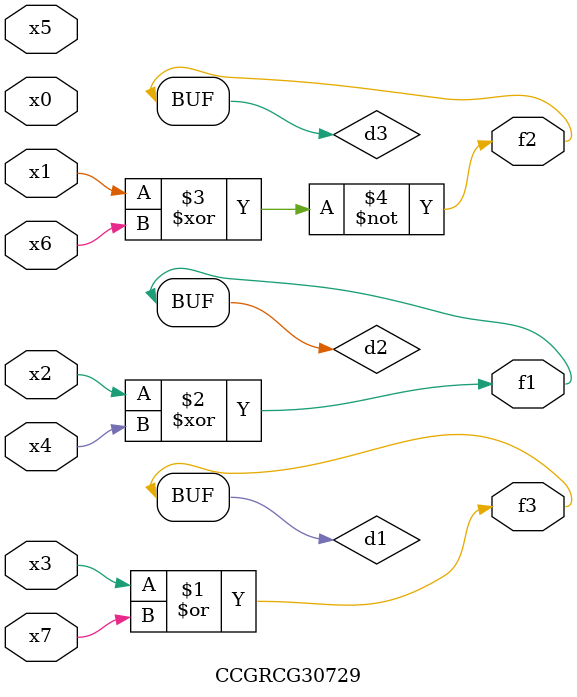
<source format=v>
module CCGRCG30729(
	input x0, x1, x2, x3, x4, x5, x6, x7,
	output f1, f2, f3
);

	wire d1, d2, d3;

	or (d1, x3, x7);
	xor (d2, x2, x4);
	xnor (d3, x1, x6);
	assign f1 = d2;
	assign f2 = d3;
	assign f3 = d1;
endmodule

</source>
